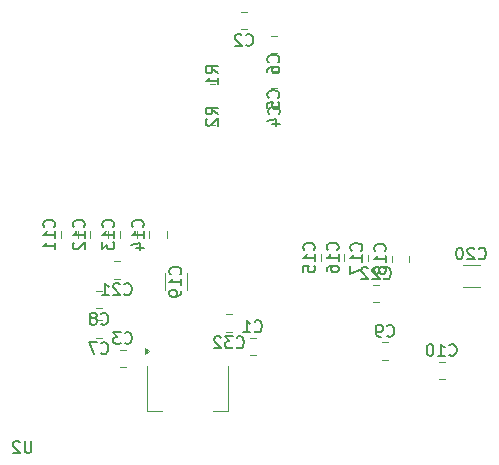
<source format=gbo>
%TF.GenerationSoftware,KiCad,Pcbnew,9.0.7*%
%TF.CreationDate,2026-02-05T23:33:27-06:00*%
%TF.ProjectId,dac_amp,6461635f-616d-4702-9e6b-696361645f70,rev?*%
%TF.SameCoordinates,Original*%
%TF.FileFunction,Legend,Bot*%
%TF.FilePolarity,Positive*%
%FSLAX46Y46*%
G04 Gerber Fmt 4.6, Leading zero omitted, Abs format (unit mm)*
G04 Created by KiCad (PCBNEW 9.0.7) date 2026-02-05 23:33:27*
%MOMM*%
%LPD*%
G01*
G04 APERTURE LIST*
%ADD10C,0.150000*%
%ADD11C,0.120000*%
G04 APERTURE END LIST*
D10*
X141879166Y-69554580D02*
X141926785Y-69602200D01*
X141926785Y-69602200D02*
X142069642Y-69649819D01*
X142069642Y-69649819D02*
X142164880Y-69649819D01*
X142164880Y-69649819D02*
X142307737Y-69602200D01*
X142307737Y-69602200D02*
X142402975Y-69506961D01*
X142402975Y-69506961D02*
X142450594Y-69411723D01*
X142450594Y-69411723D02*
X142498213Y-69221247D01*
X142498213Y-69221247D02*
X142498213Y-69078390D01*
X142498213Y-69078390D02*
X142450594Y-68887914D01*
X142450594Y-68887914D02*
X142402975Y-68792676D01*
X142402975Y-68792676D02*
X142307737Y-68697438D01*
X142307737Y-68697438D02*
X142164880Y-68649819D01*
X142164880Y-68649819D02*
X142069642Y-68649819D01*
X142069642Y-68649819D02*
X141926785Y-68697438D01*
X141926785Y-68697438D02*
X141879166Y-68745057D01*
X141402975Y-69649819D02*
X141212499Y-69649819D01*
X141212499Y-69649819D02*
X141117261Y-69602200D01*
X141117261Y-69602200D02*
X141069642Y-69554580D01*
X141069642Y-69554580D02*
X140974404Y-69411723D01*
X140974404Y-69411723D02*
X140926785Y-69221247D01*
X140926785Y-69221247D02*
X140926785Y-68840295D01*
X140926785Y-68840295D02*
X140974404Y-68745057D01*
X140974404Y-68745057D02*
X141022023Y-68697438D01*
X141022023Y-68697438D02*
X141117261Y-68649819D01*
X141117261Y-68649819D02*
X141307737Y-68649819D01*
X141307737Y-68649819D02*
X141402975Y-68697438D01*
X141402975Y-68697438D02*
X141450594Y-68745057D01*
X141450594Y-68745057D02*
X141498213Y-68840295D01*
X141498213Y-68840295D02*
X141498213Y-69078390D01*
X141498213Y-69078390D02*
X141450594Y-69173628D01*
X141450594Y-69173628D02*
X141402975Y-69221247D01*
X141402975Y-69221247D02*
X141307737Y-69268866D01*
X141307737Y-69268866D02*
X141117261Y-69268866D01*
X141117261Y-69268866D02*
X141022023Y-69221247D01*
X141022023Y-69221247D02*
X140974404Y-69173628D01*
X140974404Y-69173628D02*
X140926785Y-69078390D01*
X124359580Y-64357142D02*
X124407200Y-64309523D01*
X124407200Y-64309523D02*
X124454819Y-64166666D01*
X124454819Y-64166666D02*
X124454819Y-64071428D01*
X124454819Y-64071428D02*
X124407200Y-63928571D01*
X124407200Y-63928571D02*
X124311961Y-63833333D01*
X124311961Y-63833333D02*
X124216723Y-63785714D01*
X124216723Y-63785714D02*
X124026247Y-63738095D01*
X124026247Y-63738095D02*
X123883390Y-63738095D01*
X123883390Y-63738095D02*
X123692914Y-63785714D01*
X123692914Y-63785714D02*
X123597676Y-63833333D01*
X123597676Y-63833333D02*
X123502438Y-63928571D01*
X123502438Y-63928571D02*
X123454819Y-64071428D01*
X123454819Y-64071428D02*
X123454819Y-64166666D01*
X123454819Y-64166666D02*
X123502438Y-64309523D01*
X123502438Y-64309523D02*
X123550057Y-64357142D01*
X124454819Y-65309523D02*
X124454819Y-64738095D01*
X124454819Y-65023809D02*
X123454819Y-65023809D01*
X123454819Y-65023809D02*
X123597676Y-64928571D01*
X123597676Y-64928571D02*
X123692914Y-64833333D01*
X123692914Y-64833333D02*
X123740533Y-64738095D01*
X124454819Y-65785714D02*
X124454819Y-65976190D01*
X124454819Y-65976190D02*
X124407200Y-66071428D01*
X124407200Y-66071428D02*
X124359580Y-66119047D01*
X124359580Y-66119047D02*
X124216723Y-66214285D01*
X124216723Y-66214285D02*
X124026247Y-66261904D01*
X124026247Y-66261904D02*
X123645295Y-66261904D01*
X123645295Y-66261904D02*
X123550057Y-66214285D01*
X123550057Y-66214285D02*
X123502438Y-66166666D01*
X123502438Y-66166666D02*
X123454819Y-66071428D01*
X123454819Y-66071428D02*
X123454819Y-65880952D01*
X123454819Y-65880952D02*
X123502438Y-65785714D01*
X123502438Y-65785714D02*
X123550057Y-65738095D01*
X123550057Y-65738095D02*
X123645295Y-65690476D01*
X123645295Y-65690476D02*
X123883390Y-65690476D01*
X123883390Y-65690476D02*
X123978628Y-65738095D01*
X123978628Y-65738095D02*
X124026247Y-65785714D01*
X124026247Y-65785714D02*
X124073866Y-65880952D01*
X124073866Y-65880952D02*
X124073866Y-66071428D01*
X124073866Y-66071428D02*
X124026247Y-66166666D01*
X124026247Y-66166666D02*
X123978628Y-66214285D01*
X123978628Y-66214285D02*
X123883390Y-66261904D01*
X116179580Y-60357142D02*
X116227200Y-60309523D01*
X116227200Y-60309523D02*
X116274819Y-60166666D01*
X116274819Y-60166666D02*
X116274819Y-60071428D01*
X116274819Y-60071428D02*
X116227200Y-59928571D01*
X116227200Y-59928571D02*
X116131961Y-59833333D01*
X116131961Y-59833333D02*
X116036723Y-59785714D01*
X116036723Y-59785714D02*
X115846247Y-59738095D01*
X115846247Y-59738095D02*
X115703390Y-59738095D01*
X115703390Y-59738095D02*
X115512914Y-59785714D01*
X115512914Y-59785714D02*
X115417676Y-59833333D01*
X115417676Y-59833333D02*
X115322438Y-59928571D01*
X115322438Y-59928571D02*
X115274819Y-60071428D01*
X115274819Y-60071428D02*
X115274819Y-60166666D01*
X115274819Y-60166666D02*
X115322438Y-60309523D01*
X115322438Y-60309523D02*
X115370057Y-60357142D01*
X116274819Y-61309523D02*
X116274819Y-60738095D01*
X116274819Y-61023809D02*
X115274819Y-61023809D01*
X115274819Y-61023809D02*
X115417676Y-60928571D01*
X115417676Y-60928571D02*
X115512914Y-60833333D01*
X115512914Y-60833333D02*
X115560533Y-60738095D01*
X115370057Y-61690476D02*
X115322438Y-61738095D01*
X115322438Y-61738095D02*
X115274819Y-61833333D01*
X115274819Y-61833333D02*
X115274819Y-62071428D01*
X115274819Y-62071428D02*
X115322438Y-62166666D01*
X115322438Y-62166666D02*
X115370057Y-62214285D01*
X115370057Y-62214285D02*
X115465295Y-62261904D01*
X115465295Y-62261904D02*
X115560533Y-62261904D01*
X115560533Y-62261904D02*
X115703390Y-62214285D01*
X115703390Y-62214285D02*
X116274819Y-61642857D01*
X116274819Y-61642857D02*
X116274819Y-62261904D01*
X132659580Y-46413333D02*
X132707200Y-46365714D01*
X132707200Y-46365714D02*
X132754819Y-46222857D01*
X132754819Y-46222857D02*
X132754819Y-46127619D01*
X132754819Y-46127619D02*
X132707200Y-45984762D01*
X132707200Y-45984762D02*
X132611961Y-45889524D01*
X132611961Y-45889524D02*
X132516723Y-45841905D01*
X132516723Y-45841905D02*
X132326247Y-45794286D01*
X132326247Y-45794286D02*
X132183390Y-45794286D01*
X132183390Y-45794286D02*
X131992914Y-45841905D01*
X131992914Y-45841905D02*
X131897676Y-45889524D01*
X131897676Y-45889524D02*
X131802438Y-45984762D01*
X131802438Y-45984762D02*
X131754819Y-46127619D01*
X131754819Y-46127619D02*
X131754819Y-46222857D01*
X131754819Y-46222857D02*
X131802438Y-46365714D01*
X131802438Y-46365714D02*
X131850057Y-46413333D01*
X131754819Y-47270476D02*
X131754819Y-47080000D01*
X131754819Y-47080000D02*
X131802438Y-46984762D01*
X131802438Y-46984762D02*
X131850057Y-46937143D01*
X131850057Y-46937143D02*
X131992914Y-46841905D01*
X131992914Y-46841905D02*
X132183390Y-46794286D01*
X132183390Y-46794286D02*
X132564342Y-46794286D01*
X132564342Y-46794286D02*
X132659580Y-46841905D01*
X132659580Y-46841905D02*
X132707200Y-46889524D01*
X132707200Y-46889524D02*
X132754819Y-46984762D01*
X132754819Y-46984762D02*
X132754819Y-47175238D01*
X132754819Y-47175238D02*
X132707200Y-47270476D01*
X132707200Y-47270476D02*
X132659580Y-47318095D01*
X132659580Y-47318095D02*
X132564342Y-47365714D01*
X132564342Y-47365714D02*
X132326247Y-47365714D01*
X132326247Y-47365714D02*
X132231009Y-47318095D01*
X132231009Y-47318095D02*
X132183390Y-47270476D01*
X132183390Y-47270476D02*
X132135771Y-47175238D01*
X132135771Y-47175238D02*
X132135771Y-46984762D01*
X132135771Y-46984762D02*
X132183390Y-46889524D01*
X132183390Y-46889524D02*
X132231009Y-46841905D01*
X132231009Y-46841905D02*
X132326247Y-46794286D01*
X129142857Y-70539580D02*
X129190476Y-70587200D01*
X129190476Y-70587200D02*
X129333333Y-70634819D01*
X129333333Y-70634819D02*
X129428571Y-70634819D01*
X129428571Y-70634819D02*
X129571428Y-70587200D01*
X129571428Y-70587200D02*
X129666666Y-70491961D01*
X129666666Y-70491961D02*
X129714285Y-70396723D01*
X129714285Y-70396723D02*
X129761904Y-70206247D01*
X129761904Y-70206247D02*
X129761904Y-70063390D01*
X129761904Y-70063390D02*
X129714285Y-69872914D01*
X129714285Y-69872914D02*
X129666666Y-69777676D01*
X129666666Y-69777676D02*
X129571428Y-69682438D01*
X129571428Y-69682438D02*
X129428571Y-69634819D01*
X129428571Y-69634819D02*
X129333333Y-69634819D01*
X129333333Y-69634819D02*
X129190476Y-69682438D01*
X129190476Y-69682438D02*
X129142857Y-69730057D01*
X128809523Y-69634819D02*
X128190476Y-69634819D01*
X128190476Y-69634819D02*
X128523809Y-70015771D01*
X128523809Y-70015771D02*
X128380952Y-70015771D01*
X128380952Y-70015771D02*
X128285714Y-70063390D01*
X128285714Y-70063390D02*
X128238095Y-70111009D01*
X128238095Y-70111009D02*
X128190476Y-70206247D01*
X128190476Y-70206247D02*
X128190476Y-70444342D01*
X128190476Y-70444342D02*
X128238095Y-70539580D01*
X128238095Y-70539580D02*
X128285714Y-70587200D01*
X128285714Y-70587200D02*
X128380952Y-70634819D01*
X128380952Y-70634819D02*
X128666666Y-70634819D01*
X128666666Y-70634819D02*
X128761904Y-70587200D01*
X128761904Y-70587200D02*
X128809523Y-70539580D01*
X127809523Y-69730057D02*
X127761904Y-69682438D01*
X127761904Y-69682438D02*
X127666666Y-69634819D01*
X127666666Y-69634819D02*
X127428571Y-69634819D01*
X127428571Y-69634819D02*
X127333333Y-69682438D01*
X127333333Y-69682438D02*
X127285714Y-69730057D01*
X127285714Y-69730057D02*
X127238095Y-69825295D01*
X127238095Y-69825295D02*
X127238095Y-69920533D01*
X127238095Y-69920533D02*
X127285714Y-70063390D01*
X127285714Y-70063390D02*
X127857142Y-70634819D01*
X127857142Y-70634819D02*
X127238095Y-70634819D01*
X132709580Y-50813333D02*
X132757200Y-50765714D01*
X132757200Y-50765714D02*
X132804819Y-50622857D01*
X132804819Y-50622857D02*
X132804819Y-50527619D01*
X132804819Y-50527619D02*
X132757200Y-50384762D01*
X132757200Y-50384762D02*
X132661961Y-50289524D01*
X132661961Y-50289524D02*
X132566723Y-50241905D01*
X132566723Y-50241905D02*
X132376247Y-50194286D01*
X132376247Y-50194286D02*
X132233390Y-50194286D01*
X132233390Y-50194286D02*
X132042914Y-50241905D01*
X132042914Y-50241905D02*
X131947676Y-50289524D01*
X131947676Y-50289524D02*
X131852438Y-50384762D01*
X131852438Y-50384762D02*
X131804819Y-50527619D01*
X131804819Y-50527619D02*
X131804819Y-50622857D01*
X131804819Y-50622857D02*
X131852438Y-50765714D01*
X131852438Y-50765714D02*
X131900057Y-50813333D01*
X132138152Y-51670476D02*
X132804819Y-51670476D01*
X131757200Y-51432381D02*
X132471485Y-51194286D01*
X132471485Y-51194286D02*
X132471485Y-51813333D01*
X137679580Y-62307142D02*
X137727200Y-62259523D01*
X137727200Y-62259523D02*
X137774819Y-62116666D01*
X137774819Y-62116666D02*
X137774819Y-62021428D01*
X137774819Y-62021428D02*
X137727200Y-61878571D01*
X137727200Y-61878571D02*
X137631961Y-61783333D01*
X137631961Y-61783333D02*
X137536723Y-61735714D01*
X137536723Y-61735714D02*
X137346247Y-61688095D01*
X137346247Y-61688095D02*
X137203390Y-61688095D01*
X137203390Y-61688095D02*
X137012914Y-61735714D01*
X137012914Y-61735714D02*
X136917676Y-61783333D01*
X136917676Y-61783333D02*
X136822438Y-61878571D01*
X136822438Y-61878571D02*
X136774819Y-62021428D01*
X136774819Y-62021428D02*
X136774819Y-62116666D01*
X136774819Y-62116666D02*
X136822438Y-62259523D01*
X136822438Y-62259523D02*
X136870057Y-62307142D01*
X137774819Y-63259523D02*
X137774819Y-62688095D01*
X137774819Y-62973809D02*
X136774819Y-62973809D01*
X136774819Y-62973809D02*
X136917676Y-62878571D01*
X136917676Y-62878571D02*
X137012914Y-62783333D01*
X137012914Y-62783333D02*
X137060533Y-62688095D01*
X136774819Y-64116666D02*
X136774819Y-63926190D01*
X136774819Y-63926190D02*
X136822438Y-63830952D01*
X136822438Y-63830952D02*
X136870057Y-63783333D01*
X136870057Y-63783333D02*
X137012914Y-63688095D01*
X137012914Y-63688095D02*
X137203390Y-63640476D01*
X137203390Y-63640476D02*
X137584342Y-63640476D01*
X137584342Y-63640476D02*
X137679580Y-63688095D01*
X137679580Y-63688095D02*
X137727200Y-63735714D01*
X137727200Y-63735714D02*
X137774819Y-63830952D01*
X137774819Y-63830952D02*
X137774819Y-64021428D01*
X137774819Y-64021428D02*
X137727200Y-64116666D01*
X137727200Y-64116666D02*
X137679580Y-64164285D01*
X137679580Y-64164285D02*
X137584342Y-64211904D01*
X137584342Y-64211904D02*
X137346247Y-64211904D01*
X137346247Y-64211904D02*
X137251009Y-64164285D01*
X137251009Y-64164285D02*
X137203390Y-64116666D01*
X137203390Y-64116666D02*
X137155771Y-64021428D01*
X137155771Y-64021428D02*
X137155771Y-63830952D01*
X137155771Y-63830952D02*
X137203390Y-63735714D01*
X137203390Y-63735714D02*
X137251009Y-63688095D01*
X137251009Y-63688095D02*
X137346247Y-63640476D01*
X118679580Y-60357142D02*
X118727200Y-60309523D01*
X118727200Y-60309523D02*
X118774819Y-60166666D01*
X118774819Y-60166666D02*
X118774819Y-60071428D01*
X118774819Y-60071428D02*
X118727200Y-59928571D01*
X118727200Y-59928571D02*
X118631961Y-59833333D01*
X118631961Y-59833333D02*
X118536723Y-59785714D01*
X118536723Y-59785714D02*
X118346247Y-59738095D01*
X118346247Y-59738095D02*
X118203390Y-59738095D01*
X118203390Y-59738095D02*
X118012914Y-59785714D01*
X118012914Y-59785714D02*
X117917676Y-59833333D01*
X117917676Y-59833333D02*
X117822438Y-59928571D01*
X117822438Y-59928571D02*
X117774819Y-60071428D01*
X117774819Y-60071428D02*
X117774819Y-60166666D01*
X117774819Y-60166666D02*
X117822438Y-60309523D01*
X117822438Y-60309523D02*
X117870057Y-60357142D01*
X118774819Y-61309523D02*
X118774819Y-60738095D01*
X118774819Y-61023809D02*
X117774819Y-61023809D01*
X117774819Y-61023809D02*
X117917676Y-60928571D01*
X117917676Y-60928571D02*
X118012914Y-60833333D01*
X118012914Y-60833333D02*
X118060533Y-60738095D01*
X117774819Y-61642857D02*
X117774819Y-62261904D01*
X117774819Y-62261904D02*
X118155771Y-61928571D01*
X118155771Y-61928571D02*
X118155771Y-62071428D01*
X118155771Y-62071428D02*
X118203390Y-62166666D01*
X118203390Y-62166666D02*
X118251009Y-62214285D01*
X118251009Y-62214285D02*
X118346247Y-62261904D01*
X118346247Y-62261904D02*
X118584342Y-62261904D01*
X118584342Y-62261904D02*
X118679580Y-62214285D01*
X118679580Y-62214285D02*
X118727200Y-62166666D01*
X118727200Y-62166666D02*
X118774819Y-62071428D01*
X118774819Y-62071428D02*
X118774819Y-61785714D01*
X118774819Y-61785714D02*
X118727200Y-61690476D01*
X118727200Y-61690476D02*
X118679580Y-61642857D01*
X121179580Y-60357142D02*
X121227200Y-60309523D01*
X121227200Y-60309523D02*
X121274819Y-60166666D01*
X121274819Y-60166666D02*
X121274819Y-60071428D01*
X121274819Y-60071428D02*
X121227200Y-59928571D01*
X121227200Y-59928571D02*
X121131961Y-59833333D01*
X121131961Y-59833333D02*
X121036723Y-59785714D01*
X121036723Y-59785714D02*
X120846247Y-59738095D01*
X120846247Y-59738095D02*
X120703390Y-59738095D01*
X120703390Y-59738095D02*
X120512914Y-59785714D01*
X120512914Y-59785714D02*
X120417676Y-59833333D01*
X120417676Y-59833333D02*
X120322438Y-59928571D01*
X120322438Y-59928571D02*
X120274819Y-60071428D01*
X120274819Y-60071428D02*
X120274819Y-60166666D01*
X120274819Y-60166666D02*
X120322438Y-60309523D01*
X120322438Y-60309523D02*
X120370057Y-60357142D01*
X121274819Y-61309523D02*
X121274819Y-60738095D01*
X121274819Y-61023809D02*
X120274819Y-61023809D01*
X120274819Y-61023809D02*
X120417676Y-60928571D01*
X120417676Y-60928571D02*
X120512914Y-60833333D01*
X120512914Y-60833333D02*
X120560533Y-60738095D01*
X120608152Y-62166666D02*
X121274819Y-62166666D01*
X120227200Y-61928571D02*
X120941485Y-61690476D01*
X120941485Y-61690476D02*
X120941485Y-62309523D01*
X113679580Y-60357142D02*
X113727200Y-60309523D01*
X113727200Y-60309523D02*
X113774819Y-60166666D01*
X113774819Y-60166666D02*
X113774819Y-60071428D01*
X113774819Y-60071428D02*
X113727200Y-59928571D01*
X113727200Y-59928571D02*
X113631961Y-59833333D01*
X113631961Y-59833333D02*
X113536723Y-59785714D01*
X113536723Y-59785714D02*
X113346247Y-59738095D01*
X113346247Y-59738095D02*
X113203390Y-59738095D01*
X113203390Y-59738095D02*
X113012914Y-59785714D01*
X113012914Y-59785714D02*
X112917676Y-59833333D01*
X112917676Y-59833333D02*
X112822438Y-59928571D01*
X112822438Y-59928571D02*
X112774819Y-60071428D01*
X112774819Y-60071428D02*
X112774819Y-60166666D01*
X112774819Y-60166666D02*
X112822438Y-60309523D01*
X112822438Y-60309523D02*
X112870057Y-60357142D01*
X113774819Y-61309523D02*
X113774819Y-60738095D01*
X113774819Y-61023809D02*
X112774819Y-61023809D01*
X112774819Y-61023809D02*
X112917676Y-60928571D01*
X112917676Y-60928571D02*
X113012914Y-60833333D01*
X113012914Y-60833333D02*
X113060533Y-60738095D01*
X113774819Y-62261904D02*
X113774819Y-61690476D01*
X113774819Y-61976190D02*
X112774819Y-61976190D01*
X112774819Y-61976190D02*
X112917676Y-61880952D01*
X112917676Y-61880952D02*
X113012914Y-61785714D01*
X113012914Y-61785714D02*
X113060533Y-61690476D01*
X117666666Y-71039580D02*
X117714285Y-71087200D01*
X117714285Y-71087200D02*
X117857142Y-71134819D01*
X117857142Y-71134819D02*
X117952380Y-71134819D01*
X117952380Y-71134819D02*
X118095237Y-71087200D01*
X118095237Y-71087200D02*
X118190475Y-70991961D01*
X118190475Y-70991961D02*
X118238094Y-70896723D01*
X118238094Y-70896723D02*
X118285713Y-70706247D01*
X118285713Y-70706247D02*
X118285713Y-70563390D01*
X118285713Y-70563390D02*
X118238094Y-70372914D01*
X118238094Y-70372914D02*
X118190475Y-70277676D01*
X118190475Y-70277676D02*
X118095237Y-70182438D01*
X118095237Y-70182438D02*
X117952380Y-70134819D01*
X117952380Y-70134819D02*
X117857142Y-70134819D01*
X117857142Y-70134819D02*
X117714285Y-70182438D01*
X117714285Y-70182438D02*
X117666666Y-70230057D01*
X117333332Y-70134819D02*
X116666666Y-70134819D01*
X116666666Y-70134819D02*
X117095237Y-71134819D01*
X132659580Y-49413333D02*
X132707200Y-49365714D01*
X132707200Y-49365714D02*
X132754819Y-49222857D01*
X132754819Y-49222857D02*
X132754819Y-49127619D01*
X132754819Y-49127619D02*
X132707200Y-48984762D01*
X132707200Y-48984762D02*
X132611961Y-48889524D01*
X132611961Y-48889524D02*
X132516723Y-48841905D01*
X132516723Y-48841905D02*
X132326247Y-48794286D01*
X132326247Y-48794286D02*
X132183390Y-48794286D01*
X132183390Y-48794286D02*
X131992914Y-48841905D01*
X131992914Y-48841905D02*
X131897676Y-48889524D01*
X131897676Y-48889524D02*
X131802438Y-48984762D01*
X131802438Y-48984762D02*
X131754819Y-49127619D01*
X131754819Y-49127619D02*
X131754819Y-49222857D01*
X131754819Y-49222857D02*
X131802438Y-49365714D01*
X131802438Y-49365714D02*
X131850057Y-49413333D01*
X131754819Y-50318095D02*
X131754819Y-49841905D01*
X131754819Y-49841905D02*
X132231009Y-49794286D01*
X132231009Y-49794286D02*
X132183390Y-49841905D01*
X132183390Y-49841905D02*
X132135771Y-49937143D01*
X132135771Y-49937143D02*
X132135771Y-50175238D01*
X132135771Y-50175238D02*
X132183390Y-50270476D01*
X132183390Y-50270476D02*
X132231009Y-50318095D01*
X132231009Y-50318095D02*
X132326247Y-50365714D01*
X132326247Y-50365714D02*
X132564342Y-50365714D01*
X132564342Y-50365714D02*
X132659580Y-50318095D01*
X132659580Y-50318095D02*
X132707200Y-50270476D01*
X132707200Y-50270476D02*
X132754819Y-50175238D01*
X132754819Y-50175238D02*
X132754819Y-49937143D01*
X132754819Y-49937143D02*
X132707200Y-49841905D01*
X132707200Y-49841905D02*
X132659580Y-49794286D01*
X127542319Y-47333333D02*
X127066128Y-47000000D01*
X127542319Y-46761905D02*
X126542319Y-46761905D01*
X126542319Y-46761905D02*
X126542319Y-47142857D01*
X126542319Y-47142857D02*
X126589938Y-47238095D01*
X126589938Y-47238095D02*
X126637557Y-47285714D01*
X126637557Y-47285714D02*
X126732795Y-47333333D01*
X126732795Y-47333333D02*
X126875652Y-47333333D01*
X126875652Y-47333333D02*
X126970890Y-47285714D01*
X126970890Y-47285714D02*
X127018509Y-47238095D01*
X127018509Y-47238095D02*
X127066128Y-47142857D01*
X127066128Y-47142857D02*
X127066128Y-46761905D01*
X127542319Y-48285714D02*
X127542319Y-47714286D01*
X127542319Y-48000000D02*
X126542319Y-48000000D01*
X126542319Y-48000000D02*
X126685176Y-47904762D01*
X126685176Y-47904762D02*
X126780414Y-47809524D01*
X126780414Y-47809524D02*
X126828033Y-47714286D01*
X139679580Y-62357142D02*
X139727200Y-62309523D01*
X139727200Y-62309523D02*
X139774819Y-62166666D01*
X139774819Y-62166666D02*
X139774819Y-62071428D01*
X139774819Y-62071428D02*
X139727200Y-61928571D01*
X139727200Y-61928571D02*
X139631961Y-61833333D01*
X139631961Y-61833333D02*
X139536723Y-61785714D01*
X139536723Y-61785714D02*
X139346247Y-61738095D01*
X139346247Y-61738095D02*
X139203390Y-61738095D01*
X139203390Y-61738095D02*
X139012914Y-61785714D01*
X139012914Y-61785714D02*
X138917676Y-61833333D01*
X138917676Y-61833333D02*
X138822438Y-61928571D01*
X138822438Y-61928571D02*
X138774819Y-62071428D01*
X138774819Y-62071428D02*
X138774819Y-62166666D01*
X138774819Y-62166666D02*
X138822438Y-62309523D01*
X138822438Y-62309523D02*
X138870057Y-62357142D01*
X139774819Y-63309523D02*
X139774819Y-62738095D01*
X139774819Y-63023809D02*
X138774819Y-63023809D01*
X138774819Y-63023809D02*
X138917676Y-62928571D01*
X138917676Y-62928571D02*
X139012914Y-62833333D01*
X139012914Y-62833333D02*
X139060533Y-62738095D01*
X138774819Y-63642857D02*
X138774819Y-64309523D01*
X138774819Y-64309523D02*
X139774819Y-63880952D01*
X141592857Y-64679580D02*
X141640476Y-64727200D01*
X141640476Y-64727200D02*
X141783333Y-64774819D01*
X141783333Y-64774819D02*
X141878571Y-64774819D01*
X141878571Y-64774819D02*
X142021428Y-64727200D01*
X142021428Y-64727200D02*
X142116666Y-64631961D01*
X142116666Y-64631961D02*
X142164285Y-64536723D01*
X142164285Y-64536723D02*
X142211904Y-64346247D01*
X142211904Y-64346247D02*
X142211904Y-64203390D01*
X142211904Y-64203390D02*
X142164285Y-64012914D01*
X142164285Y-64012914D02*
X142116666Y-63917676D01*
X142116666Y-63917676D02*
X142021428Y-63822438D01*
X142021428Y-63822438D02*
X141878571Y-63774819D01*
X141878571Y-63774819D02*
X141783333Y-63774819D01*
X141783333Y-63774819D02*
X141640476Y-63822438D01*
X141640476Y-63822438D02*
X141592857Y-63870057D01*
X141211904Y-63870057D02*
X141164285Y-63822438D01*
X141164285Y-63822438D02*
X141069047Y-63774819D01*
X141069047Y-63774819D02*
X140830952Y-63774819D01*
X140830952Y-63774819D02*
X140735714Y-63822438D01*
X140735714Y-63822438D02*
X140688095Y-63870057D01*
X140688095Y-63870057D02*
X140640476Y-63965295D01*
X140640476Y-63965295D02*
X140640476Y-64060533D01*
X140640476Y-64060533D02*
X140688095Y-64203390D01*
X140688095Y-64203390D02*
X141259523Y-64774819D01*
X141259523Y-64774819D02*
X140640476Y-64774819D01*
X140259523Y-63870057D02*
X140211904Y-63822438D01*
X140211904Y-63822438D02*
X140116666Y-63774819D01*
X140116666Y-63774819D02*
X139878571Y-63774819D01*
X139878571Y-63774819D02*
X139783333Y-63822438D01*
X139783333Y-63822438D02*
X139735714Y-63870057D01*
X139735714Y-63870057D02*
X139688095Y-63965295D01*
X139688095Y-63965295D02*
X139688095Y-64060533D01*
X139688095Y-64060533D02*
X139735714Y-64203390D01*
X139735714Y-64203390D02*
X140307142Y-64774819D01*
X140307142Y-64774819D02*
X139688095Y-64774819D01*
X127542319Y-50833333D02*
X127066128Y-50500000D01*
X127542319Y-50261905D02*
X126542319Y-50261905D01*
X126542319Y-50261905D02*
X126542319Y-50642857D01*
X126542319Y-50642857D02*
X126589938Y-50738095D01*
X126589938Y-50738095D02*
X126637557Y-50785714D01*
X126637557Y-50785714D02*
X126732795Y-50833333D01*
X126732795Y-50833333D02*
X126875652Y-50833333D01*
X126875652Y-50833333D02*
X126970890Y-50785714D01*
X126970890Y-50785714D02*
X127018509Y-50738095D01*
X127018509Y-50738095D02*
X127066128Y-50642857D01*
X127066128Y-50642857D02*
X127066128Y-50261905D01*
X126637557Y-51214286D02*
X126589938Y-51261905D01*
X126589938Y-51261905D02*
X126542319Y-51357143D01*
X126542319Y-51357143D02*
X126542319Y-51595238D01*
X126542319Y-51595238D02*
X126589938Y-51690476D01*
X126589938Y-51690476D02*
X126637557Y-51738095D01*
X126637557Y-51738095D02*
X126732795Y-51785714D01*
X126732795Y-51785714D02*
X126828033Y-51785714D01*
X126828033Y-51785714D02*
X126970890Y-51738095D01*
X126970890Y-51738095D02*
X127542319Y-51166667D01*
X127542319Y-51166667D02*
X127542319Y-51785714D01*
X141679580Y-62407142D02*
X141727200Y-62359523D01*
X141727200Y-62359523D02*
X141774819Y-62216666D01*
X141774819Y-62216666D02*
X141774819Y-62121428D01*
X141774819Y-62121428D02*
X141727200Y-61978571D01*
X141727200Y-61978571D02*
X141631961Y-61883333D01*
X141631961Y-61883333D02*
X141536723Y-61835714D01*
X141536723Y-61835714D02*
X141346247Y-61788095D01*
X141346247Y-61788095D02*
X141203390Y-61788095D01*
X141203390Y-61788095D02*
X141012914Y-61835714D01*
X141012914Y-61835714D02*
X140917676Y-61883333D01*
X140917676Y-61883333D02*
X140822438Y-61978571D01*
X140822438Y-61978571D02*
X140774819Y-62121428D01*
X140774819Y-62121428D02*
X140774819Y-62216666D01*
X140774819Y-62216666D02*
X140822438Y-62359523D01*
X140822438Y-62359523D02*
X140870057Y-62407142D01*
X141774819Y-63359523D02*
X141774819Y-62788095D01*
X141774819Y-63073809D02*
X140774819Y-63073809D01*
X140774819Y-63073809D02*
X140917676Y-62978571D01*
X140917676Y-62978571D02*
X141012914Y-62883333D01*
X141012914Y-62883333D02*
X141060533Y-62788095D01*
X141203390Y-63930952D02*
X141155771Y-63835714D01*
X141155771Y-63835714D02*
X141108152Y-63788095D01*
X141108152Y-63788095D02*
X141012914Y-63740476D01*
X141012914Y-63740476D02*
X140965295Y-63740476D01*
X140965295Y-63740476D02*
X140870057Y-63788095D01*
X140870057Y-63788095D02*
X140822438Y-63835714D01*
X140822438Y-63835714D02*
X140774819Y-63930952D01*
X140774819Y-63930952D02*
X140774819Y-64121428D01*
X140774819Y-64121428D02*
X140822438Y-64216666D01*
X140822438Y-64216666D02*
X140870057Y-64264285D01*
X140870057Y-64264285D02*
X140965295Y-64311904D01*
X140965295Y-64311904D02*
X141012914Y-64311904D01*
X141012914Y-64311904D02*
X141108152Y-64264285D01*
X141108152Y-64264285D02*
X141155771Y-64216666D01*
X141155771Y-64216666D02*
X141203390Y-64121428D01*
X141203390Y-64121428D02*
X141203390Y-63930952D01*
X141203390Y-63930952D02*
X141251009Y-63835714D01*
X141251009Y-63835714D02*
X141298628Y-63788095D01*
X141298628Y-63788095D02*
X141393866Y-63740476D01*
X141393866Y-63740476D02*
X141584342Y-63740476D01*
X141584342Y-63740476D02*
X141679580Y-63788095D01*
X141679580Y-63788095D02*
X141727200Y-63835714D01*
X141727200Y-63835714D02*
X141774819Y-63930952D01*
X141774819Y-63930952D02*
X141774819Y-64121428D01*
X141774819Y-64121428D02*
X141727200Y-64216666D01*
X141727200Y-64216666D02*
X141679580Y-64264285D01*
X141679580Y-64264285D02*
X141584342Y-64311904D01*
X141584342Y-64311904D02*
X141393866Y-64311904D01*
X141393866Y-64311904D02*
X141298628Y-64264285D01*
X141298628Y-64264285D02*
X141251009Y-64216666D01*
X141251009Y-64216666D02*
X141203390Y-64121428D01*
X117666666Y-68539580D02*
X117714285Y-68587200D01*
X117714285Y-68587200D02*
X117857142Y-68634819D01*
X117857142Y-68634819D02*
X117952380Y-68634819D01*
X117952380Y-68634819D02*
X118095237Y-68587200D01*
X118095237Y-68587200D02*
X118190475Y-68491961D01*
X118190475Y-68491961D02*
X118238094Y-68396723D01*
X118238094Y-68396723D02*
X118285713Y-68206247D01*
X118285713Y-68206247D02*
X118285713Y-68063390D01*
X118285713Y-68063390D02*
X118238094Y-67872914D01*
X118238094Y-67872914D02*
X118190475Y-67777676D01*
X118190475Y-67777676D02*
X118095237Y-67682438D01*
X118095237Y-67682438D02*
X117952380Y-67634819D01*
X117952380Y-67634819D02*
X117857142Y-67634819D01*
X117857142Y-67634819D02*
X117714285Y-67682438D01*
X117714285Y-67682438D02*
X117666666Y-67730057D01*
X117095237Y-68063390D02*
X117190475Y-68015771D01*
X117190475Y-68015771D02*
X117238094Y-67968152D01*
X117238094Y-67968152D02*
X117285713Y-67872914D01*
X117285713Y-67872914D02*
X117285713Y-67825295D01*
X117285713Y-67825295D02*
X117238094Y-67730057D01*
X117238094Y-67730057D02*
X117190475Y-67682438D01*
X117190475Y-67682438D02*
X117095237Y-67634819D01*
X117095237Y-67634819D02*
X116904761Y-67634819D01*
X116904761Y-67634819D02*
X116809523Y-67682438D01*
X116809523Y-67682438D02*
X116761904Y-67730057D01*
X116761904Y-67730057D02*
X116714285Y-67825295D01*
X116714285Y-67825295D02*
X116714285Y-67872914D01*
X116714285Y-67872914D02*
X116761904Y-67968152D01*
X116761904Y-67968152D02*
X116809523Y-68015771D01*
X116809523Y-68015771D02*
X116904761Y-68063390D01*
X116904761Y-68063390D02*
X117095237Y-68063390D01*
X117095237Y-68063390D02*
X117190475Y-68111009D01*
X117190475Y-68111009D02*
X117238094Y-68158628D01*
X117238094Y-68158628D02*
X117285713Y-68253866D01*
X117285713Y-68253866D02*
X117285713Y-68444342D01*
X117285713Y-68444342D02*
X117238094Y-68539580D01*
X117238094Y-68539580D02*
X117190475Y-68587200D01*
X117190475Y-68587200D02*
X117095237Y-68634819D01*
X117095237Y-68634819D02*
X116904761Y-68634819D01*
X116904761Y-68634819D02*
X116809523Y-68587200D01*
X116809523Y-68587200D02*
X116761904Y-68539580D01*
X116761904Y-68539580D02*
X116714285Y-68444342D01*
X116714285Y-68444342D02*
X116714285Y-68253866D01*
X116714285Y-68253866D02*
X116761904Y-68158628D01*
X116761904Y-68158628D02*
X116809523Y-68111009D01*
X116809523Y-68111009D02*
X116904761Y-68063390D01*
X135679580Y-62307142D02*
X135727200Y-62259523D01*
X135727200Y-62259523D02*
X135774819Y-62116666D01*
X135774819Y-62116666D02*
X135774819Y-62021428D01*
X135774819Y-62021428D02*
X135727200Y-61878571D01*
X135727200Y-61878571D02*
X135631961Y-61783333D01*
X135631961Y-61783333D02*
X135536723Y-61735714D01*
X135536723Y-61735714D02*
X135346247Y-61688095D01*
X135346247Y-61688095D02*
X135203390Y-61688095D01*
X135203390Y-61688095D02*
X135012914Y-61735714D01*
X135012914Y-61735714D02*
X134917676Y-61783333D01*
X134917676Y-61783333D02*
X134822438Y-61878571D01*
X134822438Y-61878571D02*
X134774819Y-62021428D01*
X134774819Y-62021428D02*
X134774819Y-62116666D01*
X134774819Y-62116666D02*
X134822438Y-62259523D01*
X134822438Y-62259523D02*
X134870057Y-62307142D01*
X135774819Y-63259523D02*
X135774819Y-62688095D01*
X135774819Y-62973809D02*
X134774819Y-62973809D01*
X134774819Y-62973809D02*
X134917676Y-62878571D01*
X134917676Y-62878571D02*
X135012914Y-62783333D01*
X135012914Y-62783333D02*
X135060533Y-62688095D01*
X134774819Y-64164285D02*
X134774819Y-63688095D01*
X134774819Y-63688095D02*
X135251009Y-63640476D01*
X135251009Y-63640476D02*
X135203390Y-63688095D01*
X135203390Y-63688095D02*
X135155771Y-63783333D01*
X135155771Y-63783333D02*
X135155771Y-64021428D01*
X135155771Y-64021428D02*
X135203390Y-64116666D01*
X135203390Y-64116666D02*
X135251009Y-64164285D01*
X135251009Y-64164285D02*
X135346247Y-64211904D01*
X135346247Y-64211904D02*
X135584342Y-64211904D01*
X135584342Y-64211904D02*
X135679580Y-64164285D01*
X135679580Y-64164285D02*
X135727200Y-64116666D01*
X135727200Y-64116666D02*
X135774819Y-64021428D01*
X135774819Y-64021428D02*
X135774819Y-63783333D01*
X135774819Y-63783333D02*
X135727200Y-63688095D01*
X135727200Y-63688095D02*
X135679580Y-63640476D01*
X147142857Y-71179580D02*
X147190476Y-71227200D01*
X147190476Y-71227200D02*
X147333333Y-71274819D01*
X147333333Y-71274819D02*
X147428571Y-71274819D01*
X147428571Y-71274819D02*
X147571428Y-71227200D01*
X147571428Y-71227200D02*
X147666666Y-71131961D01*
X147666666Y-71131961D02*
X147714285Y-71036723D01*
X147714285Y-71036723D02*
X147761904Y-70846247D01*
X147761904Y-70846247D02*
X147761904Y-70703390D01*
X147761904Y-70703390D02*
X147714285Y-70512914D01*
X147714285Y-70512914D02*
X147666666Y-70417676D01*
X147666666Y-70417676D02*
X147571428Y-70322438D01*
X147571428Y-70322438D02*
X147428571Y-70274819D01*
X147428571Y-70274819D02*
X147333333Y-70274819D01*
X147333333Y-70274819D02*
X147190476Y-70322438D01*
X147190476Y-70322438D02*
X147142857Y-70370057D01*
X146190476Y-71274819D02*
X146761904Y-71274819D01*
X146476190Y-71274819D02*
X146476190Y-70274819D01*
X146476190Y-70274819D02*
X146571428Y-70417676D01*
X146571428Y-70417676D02*
X146666666Y-70512914D01*
X146666666Y-70512914D02*
X146761904Y-70560533D01*
X145571428Y-70274819D02*
X145476190Y-70274819D01*
X145476190Y-70274819D02*
X145380952Y-70322438D01*
X145380952Y-70322438D02*
X145333333Y-70370057D01*
X145333333Y-70370057D02*
X145285714Y-70465295D01*
X145285714Y-70465295D02*
X145238095Y-70655771D01*
X145238095Y-70655771D02*
X145238095Y-70893866D01*
X145238095Y-70893866D02*
X145285714Y-71084342D01*
X145285714Y-71084342D02*
X145333333Y-71179580D01*
X145333333Y-71179580D02*
X145380952Y-71227200D01*
X145380952Y-71227200D02*
X145476190Y-71274819D01*
X145476190Y-71274819D02*
X145571428Y-71274819D01*
X145571428Y-71274819D02*
X145666666Y-71227200D01*
X145666666Y-71227200D02*
X145714285Y-71179580D01*
X145714285Y-71179580D02*
X145761904Y-71084342D01*
X145761904Y-71084342D02*
X145809523Y-70893866D01*
X145809523Y-70893866D02*
X145809523Y-70655771D01*
X145809523Y-70655771D02*
X145761904Y-70465295D01*
X145761904Y-70465295D02*
X145714285Y-70370057D01*
X145714285Y-70370057D02*
X145666666Y-70322438D01*
X145666666Y-70322438D02*
X145571428Y-70274819D01*
X119642857Y-66039580D02*
X119690476Y-66087200D01*
X119690476Y-66087200D02*
X119833333Y-66134819D01*
X119833333Y-66134819D02*
X119928571Y-66134819D01*
X119928571Y-66134819D02*
X120071428Y-66087200D01*
X120071428Y-66087200D02*
X120166666Y-65991961D01*
X120166666Y-65991961D02*
X120214285Y-65896723D01*
X120214285Y-65896723D02*
X120261904Y-65706247D01*
X120261904Y-65706247D02*
X120261904Y-65563390D01*
X120261904Y-65563390D02*
X120214285Y-65372914D01*
X120214285Y-65372914D02*
X120166666Y-65277676D01*
X120166666Y-65277676D02*
X120071428Y-65182438D01*
X120071428Y-65182438D02*
X119928571Y-65134819D01*
X119928571Y-65134819D02*
X119833333Y-65134819D01*
X119833333Y-65134819D02*
X119690476Y-65182438D01*
X119690476Y-65182438D02*
X119642857Y-65230057D01*
X119261904Y-65230057D02*
X119214285Y-65182438D01*
X119214285Y-65182438D02*
X119119047Y-65134819D01*
X119119047Y-65134819D02*
X118880952Y-65134819D01*
X118880952Y-65134819D02*
X118785714Y-65182438D01*
X118785714Y-65182438D02*
X118738095Y-65230057D01*
X118738095Y-65230057D02*
X118690476Y-65325295D01*
X118690476Y-65325295D02*
X118690476Y-65420533D01*
X118690476Y-65420533D02*
X118738095Y-65563390D01*
X118738095Y-65563390D02*
X119309523Y-66134819D01*
X119309523Y-66134819D02*
X118690476Y-66134819D01*
X117738095Y-66134819D02*
X118309523Y-66134819D01*
X118023809Y-66134819D02*
X118023809Y-65134819D01*
X118023809Y-65134819D02*
X118119047Y-65277676D01*
X118119047Y-65277676D02*
X118214285Y-65372914D01*
X118214285Y-65372914D02*
X118309523Y-65420533D01*
X149642857Y-63009580D02*
X149690476Y-63057200D01*
X149690476Y-63057200D02*
X149833333Y-63104819D01*
X149833333Y-63104819D02*
X149928571Y-63104819D01*
X149928571Y-63104819D02*
X150071428Y-63057200D01*
X150071428Y-63057200D02*
X150166666Y-62961961D01*
X150166666Y-62961961D02*
X150214285Y-62866723D01*
X150214285Y-62866723D02*
X150261904Y-62676247D01*
X150261904Y-62676247D02*
X150261904Y-62533390D01*
X150261904Y-62533390D02*
X150214285Y-62342914D01*
X150214285Y-62342914D02*
X150166666Y-62247676D01*
X150166666Y-62247676D02*
X150071428Y-62152438D01*
X150071428Y-62152438D02*
X149928571Y-62104819D01*
X149928571Y-62104819D02*
X149833333Y-62104819D01*
X149833333Y-62104819D02*
X149690476Y-62152438D01*
X149690476Y-62152438D02*
X149642857Y-62200057D01*
X149261904Y-62200057D02*
X149214285Y-62152438D01*
X149214285Y-62152438D02*
X149119047Y-62104819D01*
X149119047Y-62104819D02*
X148880952Y-62104819D01*
X148880952Y-62104819D02*
X148785714Y-62152438D01*
X148785714Y-62152438D02*
X148738095Y-62200057D01*
X148738095Y-62200057D02*
X148690476Y-62295295D01*
X148690476Y-62295295D02*
X148690476Y-62390533D01*
X148690476Y-62390533D02*
X148738095Y-62533390D01*
X148738095Y-62533390D02*
X149309523Y-63104819D01*
X149309523Y-63104819D02*
X148690476Y-63104819D01*
X148071428Y-62104819D02*
X147976190Y-62104819D01*
X147976190Y-62104819D02*
X147880952Y-62152438D01*
X147880952Y-62152438D02*
X147833333Y-62200057D01*
X147833333Y-62200057D02*
X147785714Y-62295295D01*
X147785714Y-62295295D02*
X147738095Y-62485771D01*
X147738095Y-62485771D02*
X147738095Y-62723866D01*
X147738095Y-62723866D02*
X147785714Y-62914342D01*
X147785714Y-62914342D02*
X147833333Y-63009580D01*
X147833333Y-63009580D02*
X147880952Y-63057200D01*
X147880952Y-63057200D02*
X147976190Y-63104819D01*
X147976190Y-63104819D02*
X148071428Y-63104819D01*
X148071428Y-63104819D02*
X148166666Y-63057200D01*
X148166666Y-63057200D02*
X148214285Y-63009580D01*
X148214285Y-63009580D02*
X148261904Y-62914342D01*
X148261904Y-62914342D02*
X148309523Y-62723866D01*
X148309523Y-62723866D02*
X148309523Y-62485771D01*
X148309523Y-62485771D02*
X148261904Y-62295295D01*
X148261904Y-62295295D02*
X148214285Y-62200057D01*
X148214285Y-62200057D02*
X148166666Y-62152438D01*
X148166666Y-62152438D02*
X148071428Y-62104819D01*
X111761904Y-78504819D02*
X111761904Y-79314342D01*
X111761904Y-79314342D02*
X111714285Y-79409580D01*
X111714285Y-79409580D02*
X111666666Y-79457200D01*
X111666666Y-79457200D02*
X111571428Y-79504819D01*
X111571428Y-79504819D02*
X111380952Y-79504819D01*
X111380952Y-79504819D02*
X111285714Y-79457200D01*
X111285714Y-79457200D02*
X111238095Y-79409580D01*
X111238095Y-79409580D02*
X111190476Y-79314342D01*
X111190476Y-79314342D02*
X111190476Y-78504819D01*
X110761904Y-78600057D02*
X110714285Y-78552438D01*
X110714285Y-78552438D02*
X110619047Y-78504819D01*
X110619047Y-78504819D02*
X110380952Y-78504819D01*
X110380952Y-78504819D02*
X110285714Y-78552438D01*
X110285714Y-78552438D02*
X110238095Y-78600057D01*
X110238095Y-78600057D02*
X110190476Y-78695295D01*
X110190476Y-78695295D02*
X110190476Y-78790533D01*
X110190476Y-78790533D02*
X110238095Y-78933390D01*
X110238095Y-78933390D02*
X110809523Y-79504819D01*
X110809523Y-79504819D02*
X110190476Y-79504819D01*
X130666666Y-69179580D02*
X130714285Y-69227200D01*
X130714285Y-69227200D02*
X130857142Y-69274819D01*
X130857142Y-69274819D02*
X130952380Y-69274819D01*
X130952380Y-69274819D02*
X131095237Y-69227200D01*
X131095237Y-69227200D02*
X131190475Y-69131961D01*
X131190475Y-69131961D02*
X131238094Y-69036723D01*
X131238094Y-69036723D02*
X131285713Y-68846247D01*
X131285713Y-68846247D02*
X131285713Y-68703390D01*
X131285713Y-68703390D02*
X131238094Y-68512914D01*
X131238094Y-68512914D02*
X131190475Y-68417676D01*
X131190475Y-68417676D02*
X131095237Y-68322438D01*
X131095237Y-68322438D02*
X130952380Y-68274819D01*
X130952380Y-68274819D02*
X130857142Y-68274819D01*
X130857142Y-68274819D02*
X130714285Y-68322438D01*
X130714285Y-68322438D02*
X130666666Y-68370057D01*
X129714285Y-69274819D02*
X130285713Y-69274819D01*
X129999999Y-69274819D02*
X129999999Y-68274819D01*
X129999999Y-68274819D02*
X130095237Y-68417676D01*
X130095237Y-68417676D02*
X130190475Y-68512914D01*
X130190475Y-68512914D02*
X130285713Y-68560533D01*
X119666666Y-70179580D02*
X119714285Y-70227200D01*
X119714285Y-70227200D02*
X119857142Y-70274819D01*
X119857142Y-70274819D02*
X119952380Y-70274819D01*
X119952380Y-70274819D02*
X120095237Y-70227200D01*
X120095237Y-70227200D02*
X120190475Y-70131961D01*
X120190475Y-70131961D02*
X120238094Y-70036723D01*
X120238094Y-70036723D02*
X120285713Y-69846247D01*
X120285713Y-69846247D02*
X120285713Y-69703390D01*
X120285713Y-69703390D02*
X120238094Y-69512914D01*
X120238094Y-69512914D02*
X120190475Y-69417676D01*
X120190475Y-69417676D02*
X120095237Y-69322438D01*
X120095237Y-69322438D02*
X119952380Y-69274819D01*
X119952380Y-69274819D02*
X119857142Y-69274819D01*
X119857142Y-69274819D02*
X119714285Y-69322438D01*
X119714285Y-69322438D02*
X119666666Y-69370057D01*
X119333332Y-69274819D02*
X118714285Y-69274819D01*
X118714285Y-69274819D02*
X119047618Y-69655771D01*
X119047618Y-69655771D02*
X118904761Y-69655771D01*
X118904761Y-69655771D02*
X118809523Y-69703390D01*
X118809523Y-69703390D02*
X118761904Y-69751009D01*
X118761904Y-69751009D02*
X118714285Y-69846247D01*
X118714285Y-69846247D02*
X118714285Y-70084342D01*
X118714285Y-70084342D02*
X118761904Y-70179580D01*
X118761904Y-70179580D02*
X118809523Y-70227200D01*
X118809523Y-70227200D02*
X118904761Y-70274819D01*
X118904761Y-70274819D02*
X119190475Y-70274819D01*
X119190475Y-70274819D02*
X119285713Y-70227200D01*
X119285713Y-70227200D02*
X119333332Y-70179580D01*
X129916666Y-44939580D02*
X129964285Y-44987200D01*
X129964285Y-44987200D02*
X130107142Y-45034819D01*
X130107142Y-45034819D02*
X130202380Y-45034819D01*
X130202380Y-45034819D02*
X130345237Y-44987200D01*
X130345237Y-44987200D02*
X130440475Y-44891961D01*
X130440475Y-44891961D02*
X130488094Y-44796723D01*
X130488094Y-44796723D02*
X130535713Y-44606247D01*
X130535713Y-44606247D02*
X130535713Y-44463390D01*
X130535713Y-44463390D02*
X130488094Y-44272914D01*
X130488094Y-44272914D02*
X130440475Y-44177676D01*
X130440475Y-44177676D02*
X130345237Y-44082438D01*
X130345237Y-44082438D02*
X130202380Y-44034819D01*
X130202380Y-44034819D02*
X130107142Y-44034819D01*
X130107142Y-44034819D02*
X129964285Y-44082438D01*
X129964285Y-44082438D02*
X129916666Y-44130057D01*
X129535713Y-44130057D02*
X129488094Y-44082438D01*
X129488094Y-44082438D02*
X129392856Y-44034819D01*
X129392856Y-44034819D02*
X129154761Y-44034819D01*
X129154761Y-44034819D02*
X129059523Y-44082438D01*
X129059523Y-44082438D02*
X129011904Y-44130057D01*
X129011904Y-44130057D02*
X128964285Y-44225295D01*
X128964285Y-44225295D02*
X128964285Y-44320533D01*
X128964285Y-44320533D02*
X129011904Y-44463390D01*
X129011904Y-44463390D02*
X129583332Y-45034819D01*
X129583332Y-45034819D02*
X128964285Y-45034819D01*
D11*
%TO.C,C9*%
X141973752Y-70140000D02*
X141451248Y-70140000D01*
X141973752Y-71610000D02*
X141451248Y-71610000D01*
%TO.C,C19*%
X123090000Y-64288748D02*
X123090000Y-65711252D01*
X124910000Y-64288748D02*
X124910000Y-65711252D01*
%TO.C,C12*%
X116765000Y-60738748D02*
X116765000Y-61261252D01*
X118235000Y-60738748D02*
X118235000Y-61261252D01*
%TO.C,C6*%
X132038748Y-44165000D02*
X132561252Y-44165000D01*
X132038748Y-45635000D02*
X132561252Y-45635000D01*
%TO.C,C32*%
X128238748Y-67765000D02*
X128761252Y-67765000D01*
X128238748Y-69235000D02*
X128761252Y-69235000D01*
%TO.C,C4*%
X132038748Y-50165000D02*
X132561252Y-50165000D01*
X132038748Y-51635000D02*
X132561252Y-51635000D01*
%TO.C,C16*%
X138265000Y-62688748D02*
X138265000Y-63211252D01*
X139735000Y-62688748D02*
X139735000Y-63211252D01*
%TO.C,C13*%
X119265000Y-60738748D02*
X119265000Y-61261252D01*
X120735000Y-60738748D02*
X120735000Y-61261252D01*
%TO.C,C14*%
X121765000Y-60738748D02*
X121765000Y-61261252D01*
X123235000Y-60738748D02*
X123235000Y-61261252D01*
%TO.C,C11*%
X114265000Y-60738748D02*
X114265000Y-61261252D01*
X115735000Y-60738748D02*
X115735000Y-61261252D01*
%TO.C,C7*%
X117238748Y-68265000D02*
X117761252Y-68265000D01*
X117238748Y-69735000D02*
X117761252Y-69735000D01*
%TO.C,C5*%
X132038748Y-47165000D02*
X132561252Y-47165000D01*
X132038748Y-48635000D02*
X132561252Y-48635000D01*
%TO.C,R1*%
X127314564Y-46765000D02*
X126860436Y-46765000D01*
X127314564Y-48235000D02*
X126860436Y-48235000D01*
%TO.C,C17*%
X140265000Y-62738748D02*
X140265000Y-63261252D01*
X141735000Y-62738748D02*
X141735000Y-63261252D01*
%TO.C,C22*%
X141211252Y-65265000D02*
X140688748Y-65265000D01*
X141211252Y-66735000D02*
X140688748Y-66735000D01*
%TO.C,R2*%
X127314564Y-50265000D02*
X126860436Y-50265000D01*
X127314564Y-51735000D02*
X126860436Y-51735000D01*
%TO.C,C18*%
X142265000Y-62788748D02*
X142265000Y-63311252D01*
X143735000Y-62788748D02*
X143735000Y-63311252D01*
%TO.C,C8*%
X117238748Y-65765000D02*
X117761252Y-65765000D01*
X117238748Y-67235000D02*
X117761252Y-67235000D01*
%TO.C,C15*%
X136265000Y-62688748D02*
X136265000Y-63211252D01*
X137735000Y-62688748D02*
X137735000Y-63211252D01*
%TO.C,C10*%
X146761252Y-71765000D02*
X146238748Y-71765000D01*
X146761252Y-73235000D02*
X146238748Y-73235000D01*
%TO.C,C21*%
X118738748Y-63265000D02*
X119261252Y-63265000D01*
X118738748Y-64735000D02*
X119261252Y-64735000D01*
%TO.C,C20*%
X149711252Y-63590000D02*
X148288748Y-63590000D01*
X149711252Y-65410000D02*
X148288748Y-65410000D01*
%TO.C,U2*%
X121590000Y-72150000D02*
X121590000Y-75910000D01*
X121590000Y-75910000D02*
X122850000Y-75910000D01*
X128410000Y-72150000D02*
X128410000Y-75910000D01*
X128410000Y-75910000D02*
X127150000Y-75910000D01*
X121690000Y-70870000D02*
X121360000Y-71110000D01*
X121360000Y-70630000D01*
X121690000Y-70870000D01*
G36*
X121690000Y-70870000D02*
G01*
X121360000Y-71110000D01*
X121360000Y-70630000D01*
X121690000Y-70870000D01*
G37*
%TO.C,C1*%
X130761252Y-69765000D02*
X130238748Y-69765000D01*
X130761252Y-71235000D02*
X130238748Y-71235000D01*
%TO.C,C3*%
X119761252Y-70765000D02*
X119238748Y-70765000D01*
X119761252Y-72235000D02*
X119238748Y-72235000D01*
%TO.C,C2*%
X129488748Y-42165000D02*
X130011252Y-42165000D01*
X129488748Y-43635000D02*
X130011252Y-43635000D01*
%TD*%
M02*

</source>
